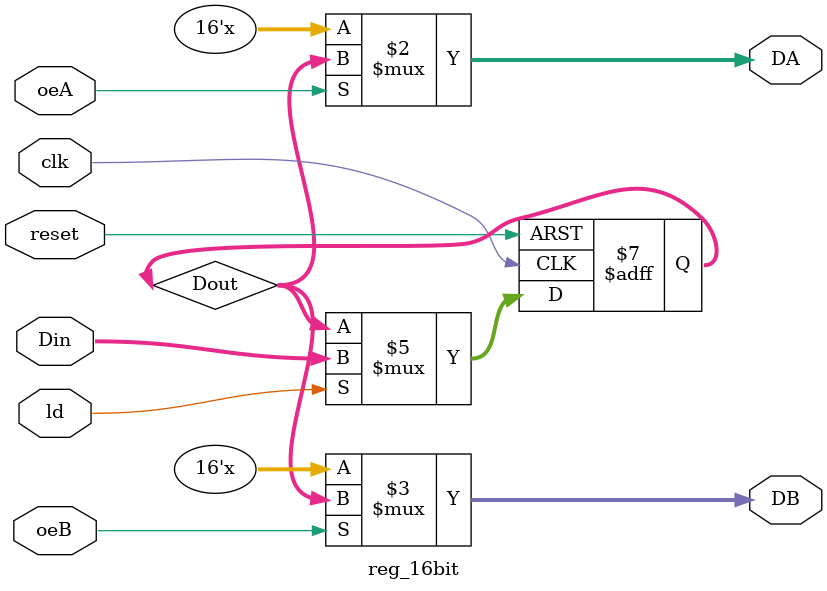
<source format=v>
`timescale 1ns / 1ps
/****************************** C E C S  3 0 1 ******************************
 * 
 * File Name:  reg_16bit.v
 * Project:    Lab7
 * Designer:   Blas Arras and Naoaki Takatsu
 * Email:      blas.arras@yahoo.com
 *	            naoakitatkatsu@student.csulb.edu
 * Rev. No.:   Version 1.0
 * Rev. Date:  04/09/2017
 *
 * Purpose:    To hold, write, and display 16 bit memory inside of its
 *					register through two different ports 
 *         
 * Notes:		Inputs- 
 *				 clk: "Clock" Clock input that controls clock of certain modules
 *			  reset: "reset" Will be the reset signal for appropriate modules
 *   			  ld: This signal asserts the load function of the register it
 *						is attached to, sending the binary data from "Din" 
 *						signal into the register.
 *				 Din: This signal is the signal that each register will load 
 *						when the load signal is asserted. 
 * 		    oeA:	This is the signal required for the register to show its 
 *						contents through it's "Da" signal.
 *			    oeB: This is the signal required for the register to show its 
 *						contents through it's "Db" signal.
 *
 *				   Outputs-
 *				  DA: These are the wires the register will send its contents 
 *						data through if the "oeA" signal of the register is
 *                asserted
 *				  DB: These are the wires the register will send its contents
 *						data through if the "oeB" signal of the register is
 *                asserted
 *							  
 *					In this module we will create a 16 bit register that is able 
 *					to have data written into its contents through the Din ports
 *					if the ld signal is asserted. In this module we have the 
 *					option of sending the contents of the module through DA or 
 *					through DB by asserting the respective oeA or oeB signal. 
 *
 *					When reset is requested, the register will have its contents 
 *					set all to zero "resetting" the module.
 *
 ****************************************************************************/
module reg_16bit(clk, reset, ld, Din, DA, DB, oeA, oeB);
	//Inputs
	input  clk, reset, ld, oeA, oeB;
	input  [15:0] Din;
	//Outputs
	output [15:0] DA, DB;
	
	//Register to hold memory
	reg    [15:0] Dout;
	
	// behavioral section for writing to the register
	always @(posedge clk or posedge reset)
		if (reset)
			Dout <= 16'b0;
		else
			if(ld)
				Dout <= Din;
			else Dout <= Dout;
	
	// conditional continuous assignments for reading the register
	assign DA = oeA ? Dout : 16'hz;
	assign DB = oeB ? Dout : 16'hz;
	
endmodule


</source>
